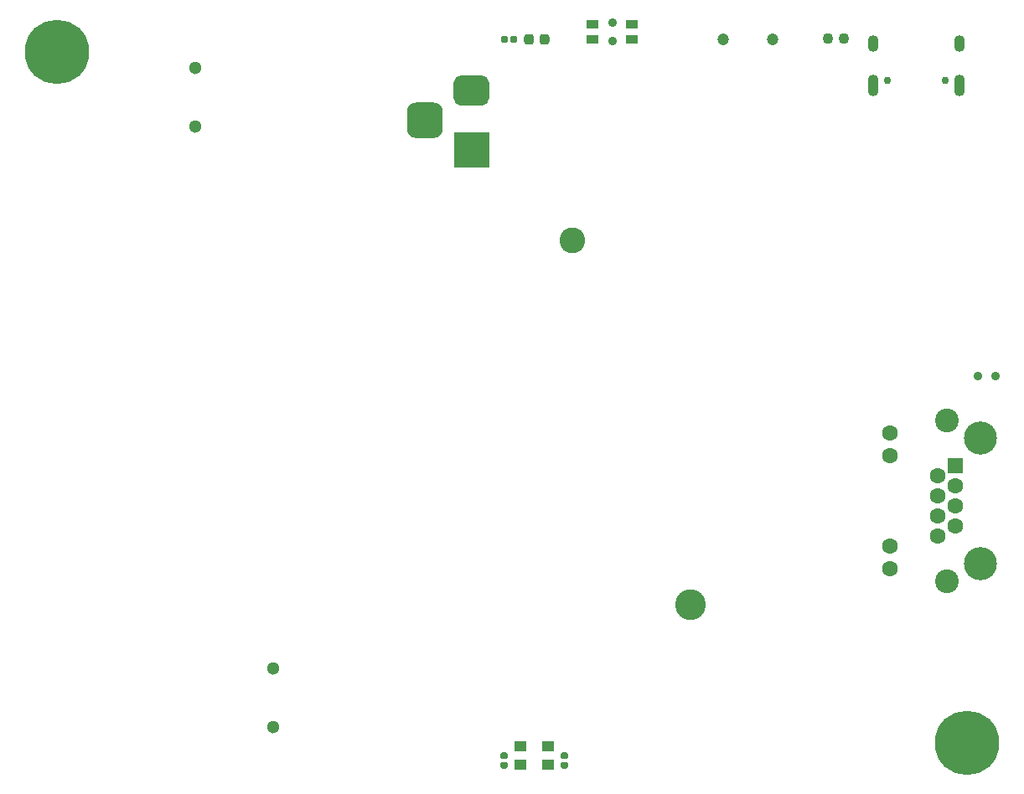
<source format=gbr>
%TF.GenerationSoftware,KiCad,Pcbnew,(5.1.6)-1*%
%TF.CreationDate,2020-07-01T23:58:00+08:00*%
%TF.ProjectId,matrix_v3s,6d617472-6978-45f7-9633-732e6b696361,rev?*%
%TF.SameCoordinates,Original*%
%TF.FileFunction,Soldermask,Bot*%
%TF.FilePolarity,Negative*%
%FSLAX46Y46*%
G04 Gerber Fmt 4.6, Leading zero omitted, Abs format (unit mm)*
G04 Created by KiCad (PCBNEW (5.1.6)-1) date 2020-07-01 23:58:00*
%MOMM*%
%LPD*%
G01*
G04 APERTURE LIST*
%ADD10R,1.600000X1.600000*%
%ADD11C,1.600000*%
%ADD12C,3.350000*%
%ADD13C,2.400000*%
%ADD14R,1.300000X0.900000*%
%ADD15C,0.900000*%
%ADD16R,1.300000X1.100000*%
%ADD17C,3.100000*%
%ADD18C,2.600000*%
%ADD19R,3.600000X3.600000*%
%ADD20C,6.500000*%
%ADD21C,1.100000*%
%ADD22C,1.200000*%
%ADD23C,1.300000*%
%ADD24O,1.100000X2.200000*%
%ADD25O,1.100000X1.700000*%
%ADD26C,0.750000*%
G04 APERTURE END LIST*
D10*
%TO.C,J7*%
X120047000Y-65913000D03*
D11*
X120047000Y-67945000D03*
X120047000Y-69977000D03*
X120047000Y-72009000D03*
X118267000Y-66929000D03*
X118267000Y-68961000D03*
X118267000Y-70993000D03*
X118267000Y-73025000D03*
D12*
X122587000Y-63123000D03*
X122587000Y-75823000D03*
D13*
X119157000Y-77603000D03*
X119157000Y-61343000D03*
D11*
X113447000Y-62613000D03*
X113447000Y-64903000D03*
X113447000Y-74043000D03*
X113447000Y-76333000D03*
%TD*%
%TO.C,D12*%
G36*
G01*
X77424000Y-22578750D02*
X77424000Y-23141250D01*
G75*
G02*
X77180250Y-23385000I-243750J0D01*
G01*
X76692750Y-23385000D01*
G75*
G02*
X76449000Y-23141250I0J243750D01*
G01*
X76449000Y-22578750D01*
G75*
G02*
X76692750Y-22335000I243750J0D01*
G01*
X77180250Y-22335000D01*
G75*
G02*
X77424000Y-22578750I0J-243750D01*
G01*
G37*
G36*
G01*
X78999000Y-22578750D02*
X78999000Y-23141250D01*
G75*
G02*
X78755250Y-23385000I-243750J0D01*
G01*
X78267750Y-23385000D01*
G75*
G02*
X78024000Y-23141250I0J243750D01*
G01*
X78024000Y-22578750D01*
G75*
G02*
X78267750Y-22335000I243750J0D01*
G01*
X78755250Y-22335000D01*
G75*
G02*
X78999000Y-22578750I0J-243750D01*
G01*
G37*
%TD*%
%TO.C,R45*%
G36*
G01*
X74790000Y-22662500D02*
X74790000Y-23057500D01*
G75*
G02*
X74617500Y-23230000I-172500J0D01*
G01*
X74272500Y-23230000D01*
G75*
G02*
X74100000Y-23057500I0J172500D01*
G01*
X74100000Y-22662500D01*
G75*
G02*
X74272500Y-22490000I172500J0D01*
G01*
X74617500Y-22490000D01*
G75*
G02*
X74790000Y-22662500I0J-172500D01*
G01*
G37*
G36*
G01*
X75760000Y-22662500D02*
X75760000Y-23057500D01*
G75*
G02*
X75587500Y-23230000I-172500J0D01*
G01*
X75242500Y-23230000D01*
G75*
G02*
X75070000Y-23057500I0J172500D01*
G01*
X75070000Y-22662500D01*
G75*
G02*
X75242500Y-22490000I172500J0D01*
G01*
X75587500Y-22490000D01*
G75*
G02*
X75760000Y-22662500I0J-172500D01*
G01*
G37*
%TD*%
D14*
%TO.C,SW3*%
X87344000Y-22898000D03*
X83344000Y-22898000D03*
X87344000Y-21298000D03*
X83344000Y-21298000D03*
D15*
X85344000Y-21198000D03*
X85344000Y-22998000D03*
%TD*%
D16*
%TO.C,D7*%
X78870000Y-96150000D03*
X78870000Y-94350000D03*
X76070000Y-96150000D03*
X76070000Y-94350000D03*
%TD*%
%TO.C,C32*%
G36*
G01*
X74224500Y-95898000D02*
X74619500Y-95898000D01*
G75*
G02*
X74792000Y-96070500I0J-172500D01*
G01*
X74792000Y-96415500D01*
G75*
G02*
X74619500Y-96588000I-172500J0D01*
G01*
X74224500Y-96588000D01*
G75*
G02*
X74052000Y-96415500I0J172500D01*
G01*
X74052000Y-96070500D01*
G75*
G02*
X74224500Y-95898000I172500J0D01*
G01*
G37*
G36*
G01*
X74224500Y-94928000D02*
X74619500Y-94928000D01*
G75*
G02*
X74792000Y-95100500I0J-172500D01*
G01*
X74792000Y-95445500D01*
G75*
G02*
X74619500Y-95618000I-172500J0D01*
G01*
X74224500Y-95618000D01*
G75*
G02*
X74052000Y-95445500I0J172500D01*
G01*
X74052000Y-95100500D01*
G75*
G02*
X74224500Y-94928000I172500J0D01*
G01*
G37*
%TD*%
%TO.C,R35*%
G36*
G01*
X80320500Y-95898000D02*
X80715500Y-95898000D01*
G75*
G02*
X80888000Y-96070500I0J-172500D01*
G01*
X80888000Y-96415500D01*
G75*
G02*
X80715500Y-96588000I-172500J0D01*
G01*
X80320500Y-96588000D01*
G75*
G02*
X80148000Y-96415500I0J172500D01*
G01*
X80148000Y-96070500D01*
G75*
G02*
X80320500Y-95898000I172500J0D01*
G01*
G37*
G36*
G01*
X80320500Y-94928000D02*
X80715500Y-94928000D01*
G75*
G02*
X80888000Y-95100500I0J-172500D01*
G01*
X80888000Y-95445500D01*
G75*
G02*
X80715500Y-95618000I-172500J0D01*
G01*
X80320500Y-95618000D01*
G75*
G02*
X80148000Y-95445500I0J172500D01*
G01*
X80148000Y-95100500D01*
G75*
G02*
X80320500Y-94928000I172500J0D01*
G01*
G37*
%TD*%
D17*
%TO.C,U8*%
X93218000Y-80010000D03*
%TD*%
D18*
%TO.C,U7*%
X81310000Y-43156000D03*
%TD*%
D19*
%TO.C,J5*%
X71120000Y-34036000D03*
G36*
G01*
X70095000Y-26486000D02*
X72145000Y-26486000D01*
G75*
G02*
X72920000Y-27261000I0J-775000D01*
G01*
X72920000Y-28811000D01*
G75*
G02*
X72145000Y-29586000I-775000J0D01*
G01*
X70095000Y-29586000D01*
G75*
G02*
X69320000Y-28811000I0J775000D01*
G01*
X69320000Y-27261000D01*
G75*
G02*
X70095000Y-26486000I775000J0D01*
G01*
G37*
G36*
G01*
X65520000Y-29236000D02*
X67320000Y-29236000D01*
G75*
G02*
X68220000Y-30136000I0J-900000D01*
G01*
X68220000Y-31936000D01*
G75*
G02*
X67320000Y-32836000I-900000J0D01*
G01*
X65520000Y-32836000D01*
G75*
G02*
X64620000Y-31936000I0J900000D01*
G01*
X64620000Y-30136000D01*
G75*
G02*
X65520000Y-29236000I900000J0D01*
G01*
G37*
%TD*%
D15*
%TO.C,H3*%
X122855056Y-92282944D03*
X121158000Y-91580000D03*
X119460944Y-92282944D03*
X118758000Y-93980000D03*
X119460944Y-95677056D03*
X121158000Y-96380000D03*
X122855056Y-95677056D03*
X123558000Y-93980000D03*
D20*
X121158000Y-93980000D03*
%TD*%
D15*
%TO.C,H2*%
X30907056Y-22432944D03*
X29210000Y-21730000D03*
X27512944Y-22432944D03*
X26810000Y-24130000D03*
X27512944Y-25827056D03*
X29210000Y-26530000D03*
X30907056Y-25827056D03*
X31610000Y-24130000D03*
D20*
X29210000Y-24130000D03*
%TD*%
D21*
%TO.C,MK1*%
X107150000Y-22814000D03*
X108750000Y-22814000D03*
%TD*%
D22*
%TO.C,SW2*%
X96560000Y-22860000D03*
X101560000Y-22860000D03*
%TD*%
D15*
%TO.C,SW1*%
X124090000Y-56896000D03*
X122290000Y-56896000D03*
%TD*%
D23*
%TO.C,J3*%
X51054000Y-86408000D03*
X51054000Y-92408000D03*
%TD*%
%TO.C,J1*%
X43180000Y-31702000D03*
X43180000Y-25702000D03*
%TD*%
D24*
%TO.C,J2*%
X120398000Y-27489000D03*
X111758000Y-27489000D03*
D25*
X120398000Y-23309000D03*
X111758000Y-23309000D03*
D26*
X113188000Y-26989000D03*
X118968000Y-26989000D03*
%TD*%
M02*

</source>
